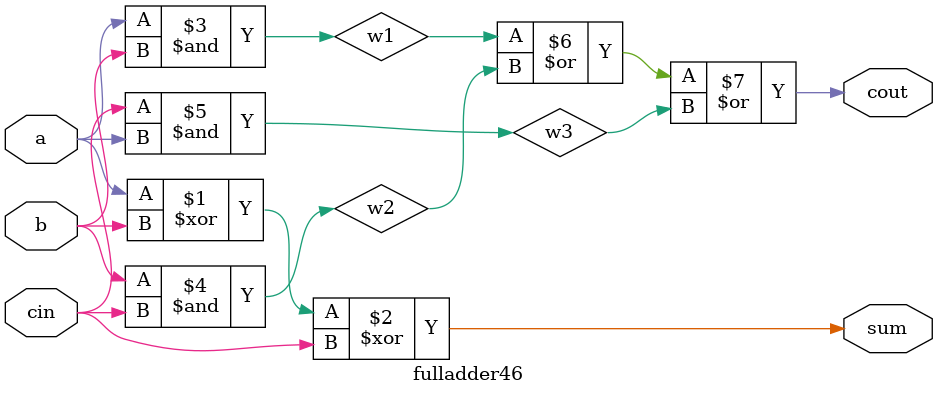
<source format=v>
`timescale 1ns / 1ps

//behavioral style
module fulladder_46( input wire a,b,cin,output reg sum,cout);
always @(*)
begin
if (a==0 && b==0 && cin==0)
begin
 sum=0;
 cout=0;
 end
 
 else if (a==0 && b==0 && cin==1)
begin
 sum=1;
 cout=0;
 end
 
 else if (a==0 && b==1 && cin==0)
begin
 sum=1;
 cout=0;
 end
 
 else if (a==0 && b==1 && cin==1)
begin
 sum=0;
 cout=1;
 end
 
 else if (a==1 && b==0 && cin==0)
begin
 sum=1;
 cout=0;
 end
 
 else if (a==1 && b==0 && cin==1)
begin
 sum=0;
 cout=1;
 end
 
 else if (a==1 && b==1 && cin==0)
begin
 sum=0;
 cout=1;
 end
 
 else if (a==1 && b==1 && cin==1)
begin
 sum=1;
 cout=1;
 end
 end
endmodule

//data flow modeling style
module fullmodule46(input a,b,cin, output sum,cout);
     assign sum = a ^ b ^ cin;
     assign cout =(a&b)| (b&cin)|(cin&a);
     endmodule
     
  //gate level style
  module fulladder46(input a,b,cin, output sum,cout);
   wire w1,w2,w3,w4;
   xor(sum,a,b,cin);
   and(w1,a,b);
   and(w2,b,cin);
   and(w3,cin,a);
   or(cout,w1,w2,w3);
   endmodule
   

</source>
